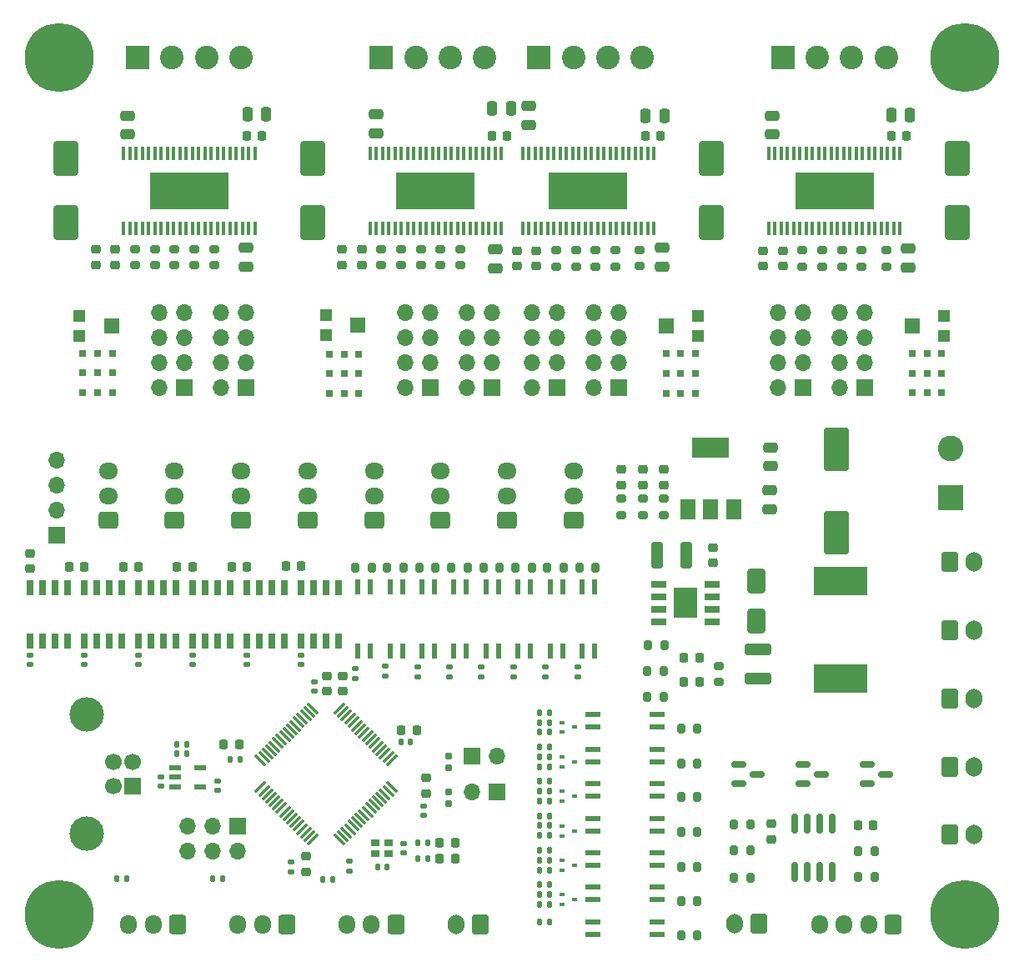
<source format=gts>
G04 #@! TF.GenerationSoftware,KiCad,Pcbnew,7.0.8*
G04 #@! TF.CreationDate,2024-11-23T18:49:15+01:00*
G04 #@! TF.ProjectId,PCK-Controller,50434b2d-436f-46e7-9472-6f6c6c65722e,rev?*
G04 #@! TF.SameCoordinates,Original*
G04 #@! TF.FileFunction,Soldermask,Top*
G04 #@! TF.FilePolarity,Negative*
%FSLAX46Y46*%
G04 Gerber Fmt 4.6, Leading zero omitted, Abs format (unit mm)*
G04 Created by KiCad (PCBNEW 7.0.8) date 2024-11-23 18:49:15*
%MOMM*%
%LPD*%
G01*
G04 APERTURE LIST*
G04 Aperture macros list*
%AMRoundRect*
0 Rectangle with rounded corners*
0 $1 Rounding radius*
0 $2 $3 $4 $5 $6 $7 $8 $9 X,Y pos of 4 corners*
0 Add a 4 corners polygon primitive as box body*
4,1,4,$2,$3,$4,$5,$6,$7,$8,$9,$2,$3,0*
0 Add four circle primitives for the rounded corners*
1,1,$1+$1,$2,$3*
1,1,$1+$1,$4,$5*
1,1,$1+$1,$6,$7*
1,1,$1+$1,$8,$9*
0 Add four rect primitives between the rounded corners*
20,1,$1+$1,$2,$3,$4,$5,0*
20,1,$1+$1,$4,$5,$6,$7,0*
20,1,$1+$1,$6,$7,$8,$9,0*
20,1,$1+$1,$8,$9,$2,$3,0*%
G04 Aperture macros list end*
%ADD10RoundRect,0.250000X0.600000X0.725000X-0.600000X0.725000X-0.600000X-0.725000X0.600000X-0.725000X0*%
%ADD11O,1.700000X1.950000*%
%ADD12RoundRect,0.218750X-0.256250X0.218750X-0.256250X-0.218750X0.256250X-0.218750X0.256250X0.218750X0*%
%ADD13RoundRect,0.137500X0.662500X0.137500X-0.662500X0.137500X-0.662500X-0.137500X0.662500X-0.137500X0*%
%ADD14R,2.600000X2.600000*%
%ADD15C,2.600000*%
%ADD16RoundRect,0.250000X1.100000X-0.325000X1.100000X0.325000X-1.100000X0.325000X-1.100000X-0.325000X0*%
%ADD17RoundRect,0.135000X-0.135000X-0.185000X0.135000X-0.185000X0.135000X0.185000X-0.135000X0.185000X0*%
%ADD18RoundRect,0.200000X-0.275000X0.200000X-0.275000X-0.200000X0.275000X-0.200000X0.275000X0.200000X0*%
%ADD19RoundRect,0.200000X0.200000X0.275000X-0.200000X0.275000X-0.200000X-0.275000X0.200000X-0.275000X0*%
%ADD20RoundRect,0.225000X0.225000X0.250000X-0.225000X0.250000X-0.225000X-0.250000X0.225000X-0.250000X0*%
%ADD21RoundRect,0.160000X0.160000X-0.197500X0.160000X0.197500X-0.160000X0.197500X-0.160000X-0.197500X0*%
%ADD22R,0.435000X1.475000*%
%ADD23R,8.000000X3.800000*%
%ADD24RoundRect,0.140000X-0.170000X0.140000X-0.170000X-0.140000X0.170000X-0.140000X0.170000X0.140000X0*%
%ADD25RoundRect,0.135000X-0.185000X0.135000X-0.185000X-0.135000X0.185000X-0.135000X0.185000X0.135000X0*%
%ADD26RoundRect,0.250000X-0.475000X0.250000X-0.475000X-0.250000X0.475000X-0.250000X0.475000X0.250000X0*%
%ADD27R,2.400000X2.400000*%
%ADD28C,2.400000*%
%ADD29R,1.500000X2.000000*%
%ADD30R,3.800000X2.000000*%
%ADD31RoundRect,0.250000X-0.325000X-1.100000X0.325000X-1.100000X0.325000X1.100000X-0.325000X1.100000X0*%
%ADD32R,1.700000X1.700000*%
%ADD33O,1.700000X1.700000*%
%ADD34R,0.750000X0.750000*%
%ADD35RoundRect,0.250000X0.600000X0.750000X-0.600000X0.750000X-0.600000X-0.750000X0.600000X-0.750000X0*%
%ADD36O,1.700000X2.000000*%
%ADD37RoundRect,0.250000X-0.600000X-0.750000X0.600000X-0.750000X0.600000X0.750000X-0.600000X0.750000X0*%
%ADD38RoundRect,0.250000X-0.650000X1.000000X-0.650000X-1.000000X0.650000X-1.000000X0.650000X1.000000X0*%
%ADD39RoundRect,0.250000X0.250000X0.475000X-0.250000X0.475000X-0.250000X-0.475000X0.250000X-0.475000X0*%
%ADD40RoundRect,0.225000X-0.250000X0.225000X-0.250000X-0.225000X0.250000X-0.225000X0.250000X0.225000X0*%
%ADD41RoundRect,0.150000X0.150000X-0.825000X0.150000X0.825000X-0.150000X0.825000X-0.150000X-0.825000X0*%
%ADD42R,1.525000X0.650000*%
%ADD43R,2.400000X3.100000*%
%ADD44C,7.000000*%
%ADD45RoundRect,0.075000X0.548008X-0.441942X-0.441942X0.548008X-0.548008X0.441942X0.441942X-0.548008X0*%
%ADD46RoundRect,0.075000X0.548008X0.441942X0.441942X0.548008X-0.548008X-0.441942X-0.441942X-0.548008X0*%
%ADD47RoundRect,0.140000X-0.140000X-0.170000X0.140000X-0.170000X0.140000X0.170000X-0.140000X0.170000X0*%
%ADD48RoundRect,0.250000X0.725000X-0.600000X0.725000X0.600000X-0.725000X0.600000X-0.725000X-0.600000X0*%
%ADD49O,1.950000X1.700000*%
%ADD50RoundRect,0.250000X0.475000X-0.250000X0.475000X0.250000X-0.475000X0.250000X-0.475000X-0.250000X0*%
%ADD51RoundRect,0.135000X0.135000X0.185000X-0.135000X0.185000X-0.135000X-0.185000X0.135000X-0.185000X0*%
%ADD52R,0.650000X1.528000*%
%ADD53R,1.200000X1.200000*%
%ADD54R,1.500000X1.600000*%
%ADD55RoundRect,0.200000X0.275000X-0.200000X0.275000X0.200000X-0.275000X0.200000X-0.275000X-0.200000X0*%
%ADD56RoundRect,0.200000X-0.200000X-0.275000X0.200000X-0.275000X0.200000X0.275000X-0.200000X0.275000X0*%
%ADD57RoundRect,0.250000X-1.000000X1.950000X-1.000000X-1.950000X1.000000X-1.950000X1.000000X1.950000X0*%
%ADD58RoundRect,0.137500X-0.137500X0.662500X-0.137500X-0.662500X0.137500X-0.662500X0.137500X0.662500X0*%
%ADD59RoundRect,0.137500X-0.662500X-0.137500X0.662500X-0.137500X0.662500X0.137500X-0.662500X0.137500X0*%
%ADD60R,0.510000X0.400000*%
%ADD61RoundRect,0.250000X-1.000000X1.500000X-1.000000X-1.500000X1.000000X-1.500000X1.000000X1.500000X0*%
%ADD62RoundRect,0.140000X0.170000X-0.140000X0.170000X0.140000X-0.170000X0.140000X-0.170000X-0.140000X0*%
%ADD63C,1.700000*%
%ADD64C,3.500000*%
%ADD65RoundRect,0.218750X0.218750X0.256250X-0.218750X0.256250X-0.218750X-0.256250X0.218750X-0.256250X0*%
%ADD66RoundRect,0.225000X0.250000X-0.225000X0.250000X0.225000X-0.250000X0.225000X-0.250000X-0.225000X0*%
%ADD67RoundRect,0.225000X-0.225000X-0.250000X0.225000X-0.250000X0.225000X0.250000X-0.225000X0.250000X0*%
%ADD68RoundRect,0.160000X-0.160000X0.197500X-0.160000X-0.197500X0.160000X-0.197500X0.160000X0.197500X0*%
%ADD69RoundRect,0.140000X0.140000X0.170000X-0.140000X0.170000X-0.140000X-0.170000X0.140000X-0.170000X0*%
%ADD70R,5.400000X2.900000*%
%ADD71RoundRect,0.150000X-0.587500X-0.150000X0.587500X-0.150000X0.587500X0.150000X-0.587500X0.150000X0*%
%ADD72RoundRect,0.250000X-0.250000X-0.475000X0.250000X-0.475000X0.250000X0.475000X-0.250000X0.475000X0*%
%ADD73R,0.900000X0.800000*%
%ADD74R,1.200000X0.600000*%
G04 APERTURE END LIST*
D10*
X127152400Y-141986000D03*
D11*
X124652400Y-141986000D03*
X122152400Y-141986000D03*
D12*
X161086800Y-95826100D03*
X161086800Y-97401100D03*
D13*
X164743200Y-143078200D03*
X164743200Y-141808200D03*
X158243200Y-141808200D03*
X158243200Y-143078200D03*
D14*
X194513400Y-98704400D03*
D15*
X194513400Y-93704400D03*
D16*
X174955200Y-117045000D03*
X174955200Y-114095000D03*
D17*
X152804400Y-131000000D03*
X153824400Y-131000000D03*
D18*
X142750000Y-73425000D03*
X142750000Y-75075000D03*
D19*
X135758200Y-105765600D03*
X134108200Y-105765600D03*
D20*
X122288600Y-123748800D03*
X120738600Y-123748800D03*
D10*
X188712800Y-142003000D03*
D11*
X186212800Y-142003000D03*
X183712800Y-142003000D03*
X181212800Y-142003000D03*
D21*
X143588646Y-129722440D03*
X143588646Y-128527440D03*
D20*
X165087600Y-61914400D03*
X163537600Y-61914400D03*
D22*
X164418000Y-63712000D03*
X163782000Y-63712000D03*
X163148000Y-63712000D03*
X162512000Y-63712000D03*
X161878000Y-63712000D03*
X161242000Y-63712000D03*
X160608000Y-63712000D03*
X159972000Y-63712000D03*
X159338000Y-63712000D03*
X158702000Y-63712000D03*
X158068000Y-63712000D03*
X157432000Y-63712000D03*
X156798000Y-63712000D03*
X156162000Y-63712000D03*
X155528000Y-63712000D03*
X154892000Y-63712000D03*
X154258000Y-63712000D03*
X153622000Y-63712000D03*
X152988000Y-63712000D03*
X152352000Y-63712000D03*
X151718000Y-63712000D03*
X151082000Y-63712000D03*
X151082000Y-71288000D03*
X151718000Y-71288000D03*
X152352000Y-71288000D03*
X152988000Y-71288000D03*
X153622000Y-71288000D03*
X154258000Y-71288000D03*
X154892000Y-71288000D03*
X155528000Y-71288000D03*
X156162000Y-71288000D03*
X156798000Y-71288000D03*
X157432000Y-71288000D03*
X158068000Y-71288000D03*
X158702000Y-71288000D03*
X159338000Y-71288000D03*
X159972000Y-71288000D03*
X160608000Y-71288000D03*
X161242000Y-71288000D03*
X161878000Y-71288000D03*
X162512000Y-71288000D03*
X163148000Y-71288000D03*
X163782000Y-71288000D03*
X164418000Y-71288000D03*
D23*
X157750000Y-67500000D03*
D20*
X123101400Y-105664000D03*
X121551400Y-105664000D03*
D24*
X141032199Y-130007341D03*
X141032199Y-130967341D03*
D25*
X134112000Y-116025200D03*
X134112000Y-117045200D03*
D20*
X112077800Y-105664000D03*
X110527800Y-105664000D03*
D26*
X176229719Y-93573632D03*
X176229719Y-95473632D03*
D27*
X112000000Y-54000000D03*
D28*
X115500000Y-54000000D03*
X119000000Y-54000000D03*
X122500000Y-54000000D03*
D17*
X140460000Y-133690332D03*
X141480000Y-133690332D03*
D29*
X167895600Y-99872800D03*
X170195600Y-99872800D03*
D30*
X170195600Y-93572800D03*
D29*
X172495600Y-99872800D03*
D19*
X152004600Y-105765600D03*
X150354600Y-105765600D03*
D18*
X119750000Y-73425000D03*
X119750000Y-75075000D03*
D31*
X164742600Y-104495600D03*
X167692600Y-104495600D03*
D32*
X154560000Y-87500000D03*
D33*
X152020000Y-87500000D03*
X154560000Y-84960000D03*
X152020000Y-84960000D03*
X154560000Y-82420000D03*
X152020000Y-82420000D03*
X154560000Y-79880000D03*
X152020000Y-79880000D03*
D34*
X106415200Y-86000200D03*
D35*
X146822800Y-141986000D03*
D36*
X144322800Y-141986000D03*
D25*
X156666000Y-115828600D03*
X156666000Y-116848600D03*
D18*
X111750000Y-73425000D03*
X111750000Y-75075000D03*
D37*
X194451600Y-119075200D03*
D36*
X196951600Y-119075200D03*
D34*
X134469000Y-86076400D03*
D32*
X145907061Y-124927690D03*
D33*
X148447061Y-124927690D03*
D38*
X174802800Y-107169200D03*
X174802800Y-111169200D03*
D39*
X190434000Y-59842400D03*
X188534000Y-59842400D03*
D18*
X179500000Y-73550000D03*
X179500000Y-75200000D03*
D20*
X149542800Y-61889000D03*
X147992800Y-61889000D03*
D40*
X129082800Y-135115000D03*
X129082800Y-136665000D03*
D41*
X178714400Y-136725200D03*
X179984400Y-136725200D03*
X181254400Y-136725200D03*
X182524400Y-136725200D03*
X182524400Y-131775200D03*
X181254400Y-131775200D03*
X179984400Y-131775200D03*
X178714400Y-131775200D03*
D42*
X164928000Y-107467400D03*
X164928000Y-108737400D03*
X164928000Y-110007400D03*
X164928000Y-111277400D03*
X170352000Y-111277400D03*
X170352000Y-110007400D03*
X170352000Y-108737400D03*
X170352000Y-107467400D03*
D43*
X167640000Y-109372400D03*
D44*
X196000000Y-141000000D03*
D45*
X132495731Y-133394481D03*
X132849284Y-133040928D03*
X133202837Y-132687375D03*
X133556391Y-132333821D03*
X133909944Y-131980268D03*
X134263498Y-131626714D03*
X134617051Y-131273161D03*
X134970604Y-130919608D03*
X135324158Y-130566054D03*
X135677711Y-130212501D03*
X136031264Y-129858948D03*
X136384818Y-129505394D03*
X136738371Y-129151841D03*
X137091925Y-128798287D03*
X137445478Y-128444734D03*
X137799031Y-128091181D03*
D46*
X137799031Y-125368819D03*
X137445478Y-125015266D03*
X137091925Y-124661713D03*
X136738371Y-124308159D03*
X136384818Y-123954606D03*
X136031264Y-123601052D03*
X135677711Y-123247499D03*
X135324158Y-122893946D03*
X134970604Y-122540392D03*
X134617051Y-122186839D03*
X134263498Y-121833286D03*
X133909944Y-121479732D03*
X133556391Y-121126179D03*
X133202837Y-120772625D03*
X132849284Y-120419072D03*
X132495731Y-120065519D03*
D45*
X129773369Y-120065519D03*
X129419816Y-120419072D03*
X129066263Y-120772625D03*
X128712709Y-121126179D03*
X128359156Y-121479732D03*
X128005602Y-121833286D03*
X127652049Y-122186839D03*
X127298496Y-122540392D03*
X126944942Y-122893946D03*
X126591389Y-123247499D03*
X126237836Y-123601052D03*
X125884282Y-123954606D03*
X125530729Y-124308159D03*
X125177175Y-124661713D03*
X124823622Y-125015266D03*
X124470069Y-125368819D03*
D46*
X124470069Y-128091181D03*
X124823622Y-128444734D03*
X125177175Y-128798287D03*
X125530729Y-129151841D03*
X125884282Y-129505394D03*
X126237836Y-129858948D03*
X126591389Y-130212501D03*
X126944942Y-130566054D03*
X127298496Y-130919608D03*
X127652049Y-131273161D03*
X128005602Y-131626714D03*
X128359156Y-131980268D03*
X128712709Y-132333821D03*
X129066263Y-132687375D03*
X129419816Y-133040928D03*
X129773369Y-133394481D03*
D32*
X141750000Y-87500000D03*
D33*
X139210000Y-87500000D03*
X141750000Y-84960000D03*
X139210000Y-84960000D03*
X141750000Y-82420000D03*
X139210000Y-82420000D03*
X141750000Y-79880000D03*
X139210000Y-79880000D03*
D24*
X127609600Y-135714800D03*
X127609600Y-136674800D03*
D47*
X138759486Y-123479166D03*
X139719486Y-123479166D03*
D39*
X165491200Y-59893200D03*
X163591200Y-59893200D03*
D48*
X129250000Y-101000000D03*
D49*
X129250000Y-98500000D03*
X129250000Y-96000000D03*
D34*
X165633400Y-88051000D03*
D50*
X148285200Y-75372000D03*
X148285200Y-73472000D03*
D51*
X153824400Y-121500000D03*
X152804400Y-121500000D03*
D52*
X112095000Y-113211000D03*
X113365000Y-113211000D03*
X114635000Y-113211000D03*
X115905000Y-113211000D03*
X115905000Y-107789000D03*
X114635000Y-107789000D03*
X113365000Y-107789000D03*
X112095000Y-107789000D03*
D53*
X193859000Y-82229200D03*
D54*
X190609000Y-81229200D03*
D53*
X193859000Y-80229200D03*
D55*
X113750000Y-75075000D03*
X113750000Y-73425000D03*
D56*
X172555400Y-137261600D03*
X174205400Y-137261600D03*
D52*
X117595000Y-113211000D03*
X118865000Y-113211000D03*
X120135000Y-113211000D03*
X121405000Y-113211000D03*
X121405000Y-107789000D03*
X120135000Y-107789000D03*
X118865000Y-107789000D03*
X117595000Y-107789000D03*
D34*
X168633400Y-86051000D03*
D39*
X125029000Y-59690000D03*
X123129000Y-59690000D03*
D18*
X117750000Y-73425000D03*
X117750000Y-75075000D03*
D57*
X182930800Y-93793200D03*
X182930800Y-102193200D03*
D58*
X135635000Y-107750000D03*
X134365000Y-107750000D03*
X134365000Y-114250000D03*
X135635000Y-114250000D03*
D40*
X109750000Y-73475000D03*
X109750000Y-75025000D03*
X134750000Y-73475000D03*
X134750000Y-75025000D03*
D59*
X158243200Y-131241800D03*
X158243200Y-132511800D03*
X164743200Y-132511800D03*
X164743200Y-131241800D03*
D24*
X117602000Y-114672800D03*
X117602000Y-115632800D03*
X128600200Y-114672800D03*
X128600200Y-115632800D03*
D34*
X192135000Y-88025600D03*
D60*
X155057000Y-128500000D03*
X155057000Y-129500000D03*
X156347000Y-129000000D03*
D58*
X148635000Y-107750000D03*
X147365000Y-107750000D03*
X147365000Y-114250000D03*
X148635000Y-114250000D03*
D50*
X176428400Y-61772200D03*
X176428400Y-59872200D03*
D61*
X129750000Y-64250000D03*
X129750000Y-70750000D03*
D60*
X155057000Y-138996800D03*
X155057000Y-139996800D03*
X156347000Y-139496800D03*
D51*
X153824400Y-138988800D03*
X152804400Y-138988800D03*
D40*
X132839846Y-116776200D03*
X132839846Y-118326200D03*
D51*
X153824400Y-131978400D03*
X152804400Y-131978400D03*
D60*
X155063990Y-132010946D03*
X155063990Y-133010946D03*
X156353990Y-132510946D03*
D17*
X152804400Y-140004800D03*
X153824400Y-140004800D03*
D56*
X163767000Y-116281200D03*
X165417000Y-116281200D03*
D34*
X193635000Y-86025600D03*
D18*
X140750000Y-73425000D03*
X140750000Y-75075000D03*
D22*
X148918000Y-63712000D03*
X148282000Y-63712000D03*
X147648000Y-63712000D03*
X147012000Y-63712000D03*
X146378000Y-63712000D03*
X145742000Y-63712000D03*
X145108000Y-63712000D03*
X144472000Y-63712000D03*
X143838000Y-63712000D03*
X143202000Y-63712000D03*
X142568000Y-63712000D03*
X141932000Y-63712000D03*
X141298000Y-63712000D03*
X140662000Y-63712000D03*
X140028000Y-63712000D03*
X139392000Y-63712000D03*
X138758000Y-63712000D03*
X138122000Y-63712000D03*
X137488000Y-63712000D03*
X136852000Y-63712000D03*
X136218000Y-63712000D03*
X135582000Y-63712000D03*
X135582000Y-71288000D03*
X136218000Y-71288000D03*
X136852000Y-71288000D03*
X137488000Y-71288000D03*
X138122000Y-71288000D03*
X138758000Y-71288000D03*
X139392000Y-71288000D03*
X140028000Y-71288000D03*
X140662000Y-71288000D03*
X141298000Y-71288000D03*
X141932000Y-71288000D03*
X142568000Y-71288000D03*
X143202000Y-71288000D03*
X143838000Y-71288000D03*
X144472000Y-71288000D03*
X145108000Y-71288000D03*
X145742000Y-71288000D03*
X146378000Y-71288000D03*
X147012000Y-71288000D03*
X147648000Y-71288000D03*
X148282000Y-71288000D03*
X148918000Y-71288000D03*
D23*
X142250000Y-67500000D03*
D25*
X137158800Y-115803200D03*
X137158800Y-116823200D03*
D37*
X194451600Y-105206800D03*
D36*
X196951600Y-105206800D03*
D40*
X177500000Y-73600000D03*
X177500000Y-75150000D03*
D19*
X155255800Y-105765600D03*
X153605800Y-105765600D03*
D56*
X167175000Y-136150000D03*
X168825000Y-136150000D03*
D32*
X123000000Y-87500000D03*
D33*
X120460000Y-87500000D03*
X123000000Y-84960000D03*
X120460000Y-84960000D03*
X123000000Y-82420000D03*
X120460000Y-82420000D03*
X123000000Y-79880000D03*
X120460000Y-79880000D03*
D25*
X140435400Y-115828600D03*
X140435400Y-116848600D03*
D24*
X106578400Y-114672800D03*
X106578400Y-115632800D03*
D55*
X161086800Y-100443800D03*
X161086800Y-98793800D03*
D34*
X192135000Y-86025600D03*
D53*
X131118200Y-80127600D03*
D54*
X134368200Y-81127600D03*
D53*
X131118200Y-82127600D03*
D56*
X185153800Y-137210800D03*
X186803800Y-137210800D03*
D62*
X129911031Y-118318073D03*
X129911031Y-117358073D03*
D34*
X167133400Y-88051000D03*
D19*
X168825000Y-139650000D03*
X167175000Y-139650000D03*
D59*
X158243200Y-127736600D03*
X158243200Y-129006600D03*
X164743200Y-129006600D03*
X164743200Y-127736600D03*
D37*
X194449875Y-132875800D03*
D36*
X196949875Y-132875800D03*
D56*
X167175000Y-132650000D03*
X168825000Y-132650000D03*
D34*
X132969000Y-84076400D03*
D58*
X151885000Y-107750000D03*
X150615000Y-107750000D03*
X150615000Y-114250000D03*
X151885000Y-114250000D03*
D17*
X152804400Y-132994400D03*
X153824400Y-132994400D03*
D32*
X111500000Y-128000000D03*
D63*
X111500000Y-125500000D03*
X109500000Y-125500000D03*
X109500000Y-128000000D03*
D64*
X106790000Y-132770000D03*
X106790000Y-120730000D03*
D12*
X163271200Y-95826100D03*
X163271200Y-97401100D03*
D17*
X152804400Y-120497600D03*
X153824400Y-120497600D03*
D65*
X144246700Y-133692372D03*
X142671700Y-133692372D03*
D18*
X136750000Y-73425000D03*
X136750000Y-75075000D03*
D19*
X168825000Y-143150000D03*
X167175000Y-143150000D03*
D24*
X138988800Y-133784400D03*
X138988800Y-134744400D03*
D34*
X190635000Y-86025600D03*
D18*
X188000000Y-73550000D03*
X188000000Y-75200000D03*
D40*
X175500000Y-73600000D03*
X175500000Y-75150000D03*
D66*
X141308507Y-128702605D03*
X141308507Y-127152605D03*
D59*
X158221562Y-138247620D03*
X158221562Y-139517620D03*
X164721562Y-139517620D03*
X164721562Y-138247620D03*
D56*
X167175000Y-122145000D03*
X168825000Y-122145000D03*
D52*
X101095000Y-113211000D03*
X102365000Y-113211000D03*
X103635000Y-113211000D03*
X104905000Y-113211000D03*
X104905000Y-107789000D03*
X103635000Y-107789000D03*
X102365000Y-107789000D03*
X101095000Y-107789000D03*
D32*
X122159000Y-132040200D03*
D33*
X122159000Y-134580200D03*
X119619000Y-132040200D03*
X119619000Y-134580200D03*
X117079000Y-132040200D03*
X117079000Y-134580200D03*
D34*
X131469000Y-84076400D03*
D59*
X158237591Y-134717837D03*
X158237591Y-135987837D03*
X164737591Y-135987837D03*
X164737591Y-134717837D03*
D51*
X131828000Y-137464800D03*
X130808000Y-137464800D03*
D47*
X136348672Y-136144000D03*
X137308672Y-136144000D03*
D27*
X136750000Y-54000000D03*
D28*
X140250000Y-54000000D03*
X143750000Y-54000000D03*
X147250000Y-54000000D03*
D34*
X107915200Y-86000200D03*
D48*
X122500000Y-101000000D03*
D49*
X122500000Y-98500000D03*
X122500000Y-96000000D03*
D32*
X179560000Y-87500000D03*
D33*
X177020000Y-87500000D03*
X179560000Y-84960000D03*
X177020000Y-84960000D03*
X179560000Y-82420000D03*
X177020000Y-82420000D03*
X179560000Y-79880000D03*
X177020000Y-79880000D03*
D67*
X185153000Y-131927600D03*
X186703000Y-131927600D03*
D58*
X155135000Y-107750000D03*
X153865000Y-107750000D03*
X153865000Y-114250000D03*
X155135000Y-114250000D03*
D34*
X192135000Y-84025600D03*
D26*
X190246000Y-73370400D03*
X190246000Y-75270400D03*
D34*
X167133400Y-86051000D03*
D12*
X165455600Y-95826100D03*
X165455600Y-97401100D03*
D19*
X145503400Y-105765600D03*
X143853400Y-105765600D03*
D24*
X120091200Y-127434400D03*
X120091200Y-128394400D03*
D17*
X152804400Y-129489200D03*
X153824400Y-129489200D03*
X152804400Y-134500000D03*
X153824400Y-134500000D03*
D19*
X158508200Y-105765600D03*
X156858200Y-105765600D03*
D26*
X165250000Y-73300000D03*
X165250000Y-75200000D03*
D58*
X142135000Y-107750000D03*
X140865000Y-107750000D03*
X140865000Y-114250000D03*
X142135000Y-114250000D03*
D50*
X110947200Y-61772200D03*
X110947200Y-59872200D03*
D44*
X104000000Y-141000000D03*
D40*
X176326800Y-131798800D03*
X176326800Y-133348800D03*
D32*
X148000000Y-87500000D03*
D33*
X145460000Y-87500000D03*
X148000000Y-84960000D03*
X145460000Y-84960000D03*
X148000000Y-82420000D03*
X145460000Y-82420000D03*
X148000000Y-79880000D03*
X145460000Y-79880000D03*
D55*
X163271200Y-100443800D03*
X163271200Y-98793800D03*
D34*
X134469000Y-88076400D03*
D68*
X143582067Y-124918391D03*
X143582067Y-126113391D03*
D60*
X155057000Y-121500000D03*
X155057000Y-122500000D03*
X156347000Y-122000000D03*
D20*
X190055800Y-61925200D03*
X188505800Y-61925200D03*
D17*
X152804400Y-124000000D03*
X153824400Y-124000000D03*
D61*
X170250000Y-64250000D03*
X170250000Y-70750000D03*
D27*
X152750000Y-54000000D03*
D28*
X156250000Y-54000000D03*
X159750000Y-54000000D03*
X163250000Y-54000000D03*
D69*
X122377785Y-125222000D03*
X121417785Y-125222000D03*
D34*
X193635000Y-84025600D03*
D10*
X138226800Y-141986000D03*
D11*
X135726800Y-141986000D03*
X133226800Y-141986000D03*
D51*
X153824400Y-124968000D03*
X152804400Y-124968000D03*
D60*
X155057000Y-125000000D03*
X155057000Y-126000000D03*
X156347000Y-125500000D03*
X155057000Y-135491600D03*
X155057000Y-136491600D03*
X156347000Y-135991600D03*
D55*
X156500000Y-75200000D03*
X156500000Y-73550000D03*
D17*
X152804400Y-122478800D03*
X153824400Y-122478800D03*
D32*
X103784400Y-102463600D03*
D33*
X103784400Y-99923600D03*
X103784400Y-97383600D03*
X103784400Y-94843600D03*
D61*
X195250000Y-64250000D03*
X195250000Y-70750000D03*
D58*
X138885000Y-107750000D03*
X137615000Y-107750000D03*
X137615000Y-114250000D03*
X138885000Y-114250000D03*
D34*
X107915200Y-84000200D03*
D20*
X124625400Y-61889000D03*
X123075400Y-61889000D03*
D56*
X167175000Y-125650000D03*
X168825000Y-125650000D03*
D18*
X170992800Y-115761000D03*
X170992800Y-117411000D03*
D34*
X168633400Y-88051000D03*
D56*
X163817800Y-113690400D03*
X165467800Y-113690400D03*
D27*
X177500000Y-54000000D03*
D28*
X181000000Y-54000000D03*
X184500000Y-54000000D03*
X188000000Y-54000000D03*
D20*
X169024600Y-114960400D03*
X167474600Y-114960400D03*
D34*
X109415200Y-84000200D03*
D35*
X175096800Y-141969200D03*
D36*
X172596800Y-141969200D03*
D34*
X131469000Y-86076400D03*
D32*
X160810000Y-87500000D03*
D33*
X158270000Y-87500000D03*
X160810000Y-84960000D03*
X158270000Y-84960000D03*
X160810000Y-82420000D03*
X158270000Y-82420000D03*
X160810000Y-79880000D03*
X158270000Y-79880000D03*
D24*
X133502400Y-135613200D03*
X133502400Y-136573200D03*
D34*
X106415200Y-88000200D03*
D19*
X174205400Y-131826000D03*
X172555400Y-131826000D03*
D51*
X116994400Y-123698000D03*
X115974400Y-123698000D03*
D34*
X109415200Y-88000200D03*
D70*
X183388000Y-107165600D03*
X183388000Y-117065600D03*
D17*
X140460000Y-135331200D03*
X141480000Y-135331200D03*
D18*
X163000000Y-73495400D03*
X163000000Y-75145400D03*
X154500000Y-73550000D03*
X154500000Y-75200000D03*
D34*
X132969000Y-88076400D03*
D48*
X136000000Y-101000000D03*
D49*
X136000000Y-98500000D03*
X136000000Y-96000000D03*
D34*
X109415200Y-86000200D03*
D40*
X152500000Y-73600000D03*
X152500000Y-75150000D03*
D32*
X148462910Y-128539430D03*
D33*
X145922910Y-128539430D03*
D20*
X117564200Y-105664000D03*
X116014200Y-105664000D03*
D67*
X138773688Y-122255516D03*
X140323688Y-122255516D03*
D59*
X158243200Y-120726200D03*
X158243200Y-121996200D03*
X164743200Y-121996200D03*
X164743200Y-120726200D03*
D17*
X152804400Y-141803344D03*
X153824400Y-141803344D03*
D40*
X132750000Y-73475000D03*
X132750000Y-75025000D03*
D17*
X152804400Y-125984000D03*
X153824400Y-125984000D03*
D65*
X144246700Y-135331200D03*
X142671700Y-135331200D03*
D19*
X138999800Y-105765600D03*
X137349800Y-105765600D03*
X165417000Y-118872000D03*
X163767000Y-118872000D03*
D34*
X132969000Y-86076400D03*
D44*
X196000000Y-54000000D03*
D18*
X183500000Y-73550000D03*
X183500000Y-75200000D03*
D44*
X104000000Y-54000000D03*
D37*
X194451600Y-112115600D03*
D36*
X196951600Y-112115600D03*
D56*
X172555400Y-134518400D03*
X174205400Y-134518400D03*
D58*
X145385000Y-107750000D03*
X144115000Y-107750000D03*
X144115000Y-114250000D03*
X145385000Y-114250000D03*
D34*
X190635000Y-88025600D03*
D53*
X168882800Y-82243800D03*
D54*
X165632800Y-81243800D03*
D53*
X168882800Y-80243800D03*
D18*
X160500000Y-73550000D03*
X160500000Y-75200000D03*
D51*
X110898400Y-137363200D03*
X109878400Y-137363200D03*
D71*
X186062500Y-125800000D03*
X186062500Y-127700000D03*
X187937500Y-126750000D03*
D18*
X158500000Y-73550000D03*
X158500000Y-75200000D03*
D50*
X151688800Y-60792400D03*
X151688800Y-58892400D03*
D22*
X189418000Y-63712000D03*
X188782000Y-63712000D03*
X188148000Y-63712000D03*
X187512000Y-63712000D03*
X186878000Y-63712000D03*
X186242000Y-63712000D03*
X185608000Y-63712000D03*
X184972000Y-63712000D03*
X184338000Y-63712000D03*
X183702000Y-63712000D03*
X183068000Y-63712000D03*
X182432000Y-63712000D03*
X181798000Y-63712000D03*
X181162000Y-63712000D03*
X180528000Y-63712000D03*
X179892000Y-63712000D03*
X179258000Y-63712000D03*
X178622000Y-63712000D03*
X177988000Y-63712000D03*
X177352000Y-63712000D03*
X176718000Y-63712000D03*
X176082000Y-63712000D03*
X176082000Y-71288000D03*
X176718000Y-71288000D03*
X177352000Y-71288000D03*
X177988000Y-71288000D03*
X178622000Y-71288000D03*
X179258000Y-71288000D03*
X179892000Y-71288000D03*
X180528000Y-71288000D03*
X181162000Y-71288000D03*
X181798000Y-71288000D03*
X182432000Y-71288000D03*
X183068000Y-71288000D03*
X183702000Y-71288000D03*
X184338000Y-71288000D03*
X184972000Y-71288000D03*
X185608000Y-71288000D03*
X186242000Y-71288000D03*
X186878000Y-71288000D03*
X187512000Y-71288000D03*
X188148000Y-71288000D03*
X188782000Y-71288000D03*
X189418000Y-71288000D03*
D23*
X182750000Y-67500000D03*
D25*
X153414800Y-115822000D03*
X153414800Y-116842000D03*
D17*
X152804400Y-127500000D03*
X153824400Y-127500000D03*
X152804400Y-138000000D03*
X153824400Y-138000000D03*
D51*
X116994400Y-124663200D03*
X115974400Y-124663200D03*
D34*
X106415200Y-84000200D03*
D18*
X144750000Y-73425000D03*
X144750000Y-75075000D03*
D71*
X173062500Y-125800000D03*
X173062500Y-127700000D03*
X174937500Y-126750000D03*
D50*
X176213857Y-99835524D03*
X176213857Y-97935524D03*
D48*
X156250000Y-101000000D03*
D49*
X156250000Y-98500000D03*
X156250000Y-96000000D03*
D18*
X115750000Y-73425000D03*
X115750000Y-75075000D03*
D52*
X123095000Y-113211000D03*
X124365000Y-113211000D03*
X125635000Y-113211000D03*
X126905000Y-113211000D03*
X126905000Y-107789000D03*
X125635000Y-107789000D03*
X124365000Y-107789000D03*
X123095000Y-107789000D03*
D10*
X116078000Y-141986000D03*
D11*
X113578000Y-141986000D03*
X111078000Y-141986000D03*
D51*
X153824400Y-135483600D03*
X152804400Y-135483600D03*
D48*
X149500000Y-101000000D03*
D49*
X149500000Y-98500000D03*
X149500000Y-96000000D03*
D34*
X165633400Y-86051000D03*
D56*
X167175000Y-129082800D03*
X168825000Y-129082800D03*
D34*
X168633400Y-84051000D03*
D22*
X123918000Y-63712000D03*
X123282000Y-63712000D03*
X122648000Y-63712000D03*
X122012000Y-63712000D03*
X121378000Y-63712000D03*
X120742000Y-63712000D03*
X120108000Y-63712000D03*
X119472000Y-63712000D03*
X118838000Y-63712000D03*
X118202000Y-63712000D03*
X117568000Y-63712000D03*
X116932000Y-63712000D03*
X116298000Y-63712000D03*
X115662000Y-63712000D03*
X115028000Y-63712000D03*
X114392000Y-63712000D03*
X113758000Y-63712000D03*
X113122000Y-63712000D03*
X112488000Y-63712000D03*
X111852000Y-63712000D03*
X111218000Y-63712000D03*
X110582000Y-63712000D03*
X110582000Y-71288000D03*
X111218000Y-71288000D03*
X111852000Y-71288000D03*
X112488000Y-71288000D03*
X113122000Y-71288000D03*
X113758000Y-71288000D03*
X114392000Y-71288000D03*
X115028000Y-71288000D03*
X115662000Y-71288000D03*
X116298000Y-71288000D03*
X116932000Y-71288000D03*
X117568000Y-71288000D03*
X118202000Y-71288000D03*
X118838000Y-71288000D03*
X119472000Y-71288000D03*
X120108000Y-71288000D03*
X120742000Y-71288000D03*
X121378000Y-71288000D03*
X122012000Y-71288000D03*
X122648000Y-71288000D03*
X123282000Y-71288000D03*
X123918000Y-71288000D03*
D23*
X117250000Y-67500000D03*
D52*
X106595000Y-113211000D03*
X107865000Y-113211000D03*
X109135000Y-113211000D03*
X110405000Y-113211000D03*
X110405000Y-107789000D03*
X109135000Y-107789000D03*
X107865000Y-107789000D03*
X106595000Y-107789000D03*
D34*
X131469000Y-88076400D03*
D20*
X169024600Y-117398800D03*
X167474600Y-117398800D03*
D48*
X109000000Y-101000000D03*
D49*
X109000000Y-98500000D03*
X109000000Y-96000000D03*
D19*
X186803800Y-134569200D03*
X185153800Y-134569200D03*
D71*
X179562500Y-125800000D03*
X179562500Y-127700000D03*
X181437500Y-126750000D03*
D34*
X107915200Y-88000200D03*
D25*
X146912400Y-115822000D03*
X146912400Y-116842000D03*
D55*
X138750000Y-75075000D03*
X138750000Y-73425000D03*
D48*
X142750000Y-101000000D03*
D49*
X142750000Y-98500000D03*
X142750000Y-96000000D03*
D72*
X147995600Y-59131200D03*
X149895600Y-59131200D03*
D19*
X148753400Y-105765600D03*
X147103400Y-105765600D03*
D34*
X165633400Y-84051000D03*
D58*
X158385000Y-107750000D03*
X157115000Y-107750000D03*
X157115000Y-114250000D03*
X158385000Y-114250000D03*
D53*
X106089600Y-80218400D03*
D54*
X109339600Y-81218400D03*
D53*
X106089600Y-82218400D03*
D73*
X137504400Y-133714400D03*
X136104400Y-133714400D03*
X136104400Y-134814400D03*
X137504400Y-134814400D03*
D40*
X107750000Y-73475000D03*
X107750000Y-75025000D03*
D62*
X114350800Y-127988000D03*
X114350800Y-127028000D03*
D25*
X143686600Y-115828600D03*
X143686600Y-116848600D03*
D40*
X170383200Y-103771400D03*
X170383200Y-105321400D03*
D25*
X150163600Y-115828600D03*
X150163600Y-116848600D03*
D19*
X142251000Y-105765600D03*
X140601000Y-105765600D03*
D40*
X150500000Y-73600000D03*
X150500000Y-75150000D03*
D24*
X123088400Y-114672800D03*
X123088400Y-115632800D03*
D50*
X136194800Y-61656000D03*
X136194800Y-59756000D03*
D20*
X128587800Y-105613200D03*
X127037800Y-105613200D03*
D34*
X190635000Y-84025600D03*
D66*
X131236273Y-118318829D03*
X131236273Y-116768829D03*
D55*
X165455600Y-100443800D03*
X165455600Y-98793800D03*
D32*
X116750000Y-87500000D03*
D33*
X114210000Y-87500000D03*
X116750000Y-84960000D03*
X114210000Y-84960000D03*
X116750000Y-82420000D03*
X114210000Y-82420000D03*
X116750000Y-79880000D03*
X114210000Y-79880000D03*
D48*
X115750000Y-101000000D03*
D49*
X115750000Y-98500000D03*
X115750000Y-96000000D03*
D20*
X106591400Y-105664000D03*
X105041400Y-105664000D03*
D61*
X104750000Y-64250000D03*
X104750000Y-70750000D03*
D37*
X194451600Y-125984000D03*
D36*
X196951600Y-125984000D03*
D51*
X120652000Y-137363200D03*
X119632000Y-137363200D03*
D32*
X185810000Y-87500000D03*
D33*
X183270000Y-87500000D03*
X185810000Y-84960000D03*
X183270000Y-84960000D03*
X185810000Y-82420000D03*
X183270000Y-82420000D03*
X185810000Y-79880000D03*
X183270000Y-79880000D03*
D50*
X123000000Y-75200000D03*
X123000000Y-73300000D03*
D24*
X112090200Y-114672800D03*
X112090200Y-115632800D03*
D18*
X185500000Y-73550000D03*
X185500000Y-75200000D03*
D55*
X181500000Y-75200000D03*
X181500000Y-73550000D03*
D66*
X101092000Y-105880200D03*
X101092000Y-104330200D03*
D34*
X193635000Y-88025600D03*
X134469000Y-84076400D03*
D24*
X101090000Y-114672800D03*
X101090000Y-115632800D03*
D17*
X152804400Y-136499600D03*
X153824400Y-136499600D03*
D74*
X115844000Y-126116800D03*
X115844000Y-127066800D03*
X115844000Y-128016800D03*
X118344000Y-128016800D03*
X118344000Y-126116800D03*
D34*
X167133400Y-84051000D03*
D59*
X158243200Y-124231400D03*
X158243200Y-125501400D03*
X164743200Y-125501400D03*
X164743200Y-124231400D03*
D51*
X153824400Y-128473200D03*
X152804400Y-128473200D03*
D52*
X128595000Y-113211000D03*
X129865000Y-113211000D03*
X131135000Y-113211000D03*
X132405000Y-113211000D03*
X132405000Y-107789000D03*
X131135000Y-107789000D03*
X129865000Y-107789000D03*
X128595000Y-107789000D03*
M02*

</source>
